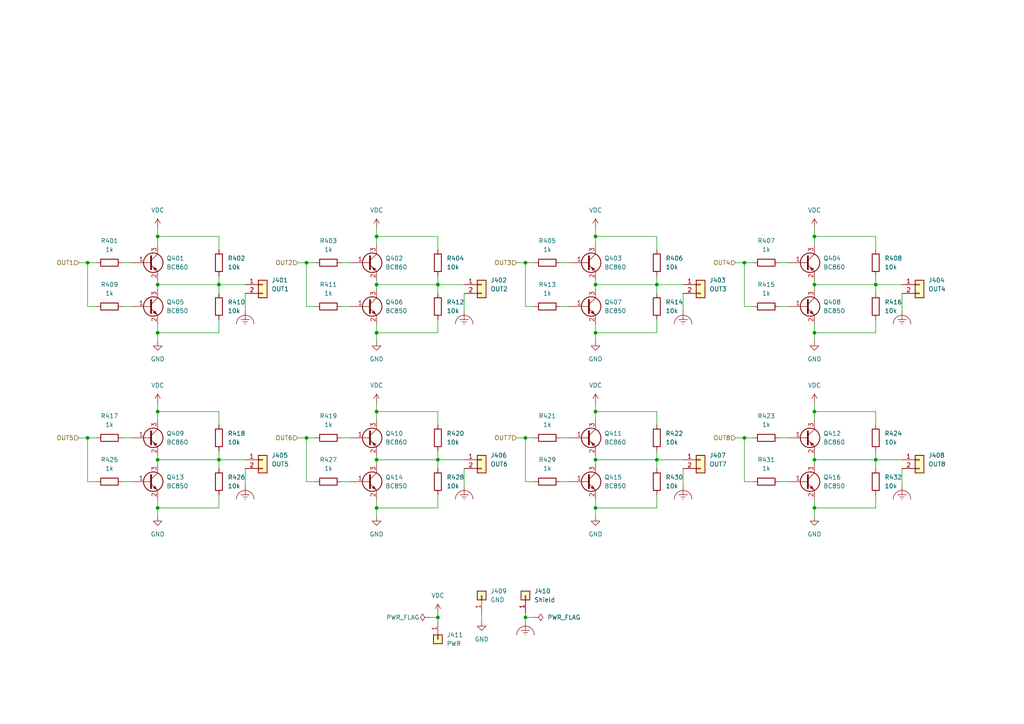
<source format=kicad_sch>
(kicad_sch (version 20211123) (generator eeschema)
  (paper "A4")
  (title_block (title "Cyclone V based Latencybox") (rev "v0.1") (company "Benedikt Spranger") (comment 1 "SPDX-License-Identifier: CERN-OHL-S-2.0") (comment 2 "https://ohwr.org/cern_ohl_s_v2.txt") (comment 3 "To view a copy of this license, visit") (comment 4 "This work is licensed under the CERN-OHL-S v2"))
  (junction (at 109.22 133.35))
  (junction (at 236.22 82.55))
  (junction (at 172.72 133.35))
  (junction (at 88.9 127))
  (junction (at 236.22 119.38))
  (junction (at 45.72 147.32))
  (junction (at 127 179.07))
  (junction (at 45.72 119.38))
  (junction (at 172.72 82.55))
  (junction (at 25.4 76.2))
  (junction (at 152.4 76.2))
  (junction (at 45.72 96.52))
  (junction (at 109.22 119.38))
  (junction (at 190.5 82.55))
  (junction (at 172.72 119.38))
  (junction (at 254 133.35))
  (junction (at 172.72 96.52))
  (junction (at 25.4 127))
  (junction (at 254 82.55))
  (junction (at 109.22 68.58))
  (junction (at 172.72 147.32))
  (junction (at 236.22 147.32))
  (junction (at 109.22 147.32))
  (junction (at 45.72 68.58))
  (junction (at 152.4 127))
  (junction (at 63.5 82.55))
  (junction (at 45.72 133.35))
  (junction (at 236.22 68.58))
  (junction (at 152.4 179.07))
  (junction (at 236.22 133.35))
  (junction (at 127 82.55))
  (junction (at 236.22 96.52))
  (junction (at 215.9 127))
  (junction (at 63.5 133.35))
  (junction (at 45.72 82.55))
  (junction (at 88.9 76.2))
  (junction (at 127 133.35))
  (junction (at 109.22 82.55))
  (junction (at 215.9 76.2))
  (junction (at 190.5 133.35))
  (junction (at 109.22 96.52))
  (junction (at 172.72 68.58))
  (wire (pts (xy 149.86 127) (xy 152.4 127)))
  (wire (pts (xy 172.72 132.08) (xy 172.72 133.35)))
  (wire (pts (xy 190.5 80.01) (xy 190.5 82.55)))
  (wire (pts (xy 86.36 76.2) (xy 88.9 76.2)))
  (wire (pts (xy 172.72 133.35) (xy 190.5 133.35)))
  (wire (pts (xy 63.5 82.55) (xy 63.5 85.09)))
  (wire (pts (xy 45.72 68.58) (xy 63.5 68.58)))
  (wire (pts (xy 45.72 147.32) (xy 63.5 147.32)))
  (wire (pts (xy 172.72 144.78) (xy 172.72 147.32)))
  (wire (pts (xy 190.5 143.51) (xy 190.5 147.32)))
  (wire (pts (xy 88.9 139.7) (xy 91.44 139.7)))
  (wire (pts (xy 152.4 127) (xy 152.4 139.7)))
  (wire (pts (xy 172.72 82.55) (xy 172.72 83.82)))
  (wire (pts (xy 45.72 93.98) (xy 45.72 96.52)))
  (wire (pts (xy 109.22 82.55) (xy 109.22 83.82)))
  (wire (pts (xy 134.62 135.89) (xy 134.62 140.97)))
  (wire (pts (xy 127 143.51) (xy 127 147.32)))
  (wire (pts (xy 91.44 127) (xy 88.9 127)))
  (wire (pts (xy 25.4 127) (xy 25.4 139.7)))
  (wire (pts (xy 198.12 135.89) (xy 198.12 140.97)))
  (wire (pts (xy 45.72 144.78) (xy 45.72 147.32)))
  (wire (pts (xy 198.12 85.09) (xy 198.12 90.17)))
  (wire (pts (xy 236.22 133.35) (xy 254 133.35)))
  (wire (pts (xy 254 143.51) (xy 254 147.32)))
  (wire (pts (xy 152.4 139.7) (xy 154.94 139.7)))
  (wire (pts (xy 172.72 147.32) (xy 190.5 147.32)))
  (wire (pts (xy 63.5 133.35) (xy 71.12 133.35)))
  (wire (pts (xy 226.06 76.2) (xy 228.6 76.2)))
  (wire (pts (xy 236.22 116.84) (xy 236.22 119.38)))
  (wire (pts (xy 254 130.81) (xy 254 133.35)))
  (wire (pts (xy 88.9 127) (xy 88.9 139.7)))
  (wire (pts (xy 139.7 177.8) (xy 139.7 180.34)))
  (wire (pts (xy 236.22 147.32) (xy 236.22 149.86)))
  (wire (pts (xy 152.4 179.07) (xy 154.94 179.07)))
  (wire (pts (xy 254 133.35) (xy 254 135.89)))
  (wire (pts (xy 215.9 139.7) (xy 218.44 139.7)))
  (wire (pts (xy 190.5 119.38) (xy 190.5 123.19)))
  (wire (pts (xy 218.44 127) (xy 215.9 127)))
  (wire (pts (xy 149.86 76.2) (xy 152.4 76.2)))
  (wire (pts (xy 127 179.07) (xy 127 180.34)))
  (wire (pts (xy 172.72 96.52) (xy 190.5 96.52)))
  (wire (pts (xy 109.22 96.52) (xy 109.22 99.06)))
  (wire (pts (xy 109.22 132.08) (xy 109.22 133.35)))
  (wire (pts (xy 45.72 96.52) (xy 63.5 96.52)))
  (wire (pts (xy 236.22 133.35) (xy 236.22 134.62)))
  (wire (pts (xy 45.72 119.38) (xy 63.5 119.38)))
  (wire (pts (xy 172.72 81.28) (xy 172.72 82.55)))
  (wire (pts (xy 99.06 76.2) (xy 101.6 76.2)))
  (wire (pts (xy 45.72 133.35) (xy 63.5 133.35)))
  (wire (pts (xy 25.4 139.7) (xy 27.94 139.7)))
  (wire (pts (xy 215.9 127) (xy 215.9 139.7)))
  (wire (pts (xy 25.4 76.2) (xy 25.4 88.9)))
  (wire (pts (xy 190.5 68.58) (xy 190.5 72.39)))
  (wire (pts (xy 154.94 127) (xy 152.4 127)))
  (wire (pts (xy 127 82.55) (xy 127 85.09)))
  (wire (pts (xy 45.72 132.08) (xy 45.72 133.35)))
  (wire (pts (xy 162.56 139.7) (xy 165.1 139.7)))
  (wire (pts (xy 226.06 139.7) (xy 228.6 139.7)))
  (wire (pts (xy 124.46 179.07) (xy 127 179.07)))
  (wire (pts (xy 236.22 96.52) (xy 236.22 99.06)))
  (wire (pts (xy 127 68.58) (xy 127 72.39)))
  (wire (pts (xy 109.22 68.58) (xy 127 68.58)))
  (wire (pts (xy 190.5 130.81) (xy 190.5 133.35)))
  (wire (pts (xy 88.9 88.9) (xy 91.44 88.9)))
  (wire (pts (xy 88.9 76.2) (xy 88.9 88.9)))
  (wire (pts (xy 172.72 93.98) (xy 172.72 96.52)))
  (wire (pts (xy 109.22 147.32) (xy 109.22 149.86)))
  (wire (pts (xy 63.5 143.51) (xy 63.5 147.32)))
  (wire (pts (xy 172.72 82.55) (xy 190.5 82.55)))
  (wire (pts (xy 172.72 116.84) (xy 172.72 119.38)))
  (wire (pts (xy 172.72 66.04) (xy 172.72 68.58)))
  (wire (pts (xy 127 80.01) (xy 127 82.55)))
  (wire (pts (xy 213.36 127) (xy 215.9 127)))
  (wire (pts (xy 261.62 85.09) (xy 261.62 90.17)))
  (wire (pts (xy 261.62 135.89) (xy 261.62 140.97)))
  (wire (pts (xy 109.22 144.78) (xy 109.22 147.32)))
  (wire (pts (xy 35.56 76.2) (xy 38.1 76.2)))
  (wire (pts (xy 71.12 135.89) (xy 71.12 140.97)))
  (wire (pts (xy 236.22 132.08) (xy 236.22 133.35)))
  (wire (pts (xy 27.94 127) (xy 25.4 127)))
  (wire (pts (xy 152.4 177.8) (xy 152.4 179.07)))
  (wire (pts (xy 154.94 76.2) (xy 152.4 76.2)))
  (wire (pts (xy 109.22 96.52) (xy 127 96.52)))
  (wire (pts (xy 109.22 119.38) (xy 127 119.38)))
  (wire (pts (xy 45.72 66.04) (xy 45.72 68.58)))
  (wire (pts (xy 109.22 71.12) (xy 109.22 68.58)))
  (wire (pts (xy 127 133.35) (xy 127 135.89)))
  (wire (pts (xy 152.4 88.9) (xy 154.94 88.9)))
  (wire (pts (xy 45.72 82.55) (xy 45.72 83.82)))
  (wire (pts (xy 127 119.38) (xy 127 123.19)))
  (wire (pts (xy 162.56 76.2) (xy 165.1 76.2)))
  (wire (pts (xy 236.22 71.12) (xy 236.22 68.58)))
  (wire (pts (xy 236.22 66.04) (xy 236.22 68.58)))
  (wire (pts (xy 127 133.35) (xy 134.62 133.35)))
  (wire (pts (xy 63.5 92.71) (xy 63.5 96.52)))
  (wire (pts (xy 109.22 116.84) (xy 109.22 119.38)))
  (wire (pts (xy 109.22 121.92) (xy 109.22 119.38)))
  (wire (pts (xy 22.86 127) (xy 25.4 127)))
  (wire (pts (xy 172.72 133.35) (xy 172.72 134.62)))
  (wire (pts (xy 190.5 133.35) (xy 198.12 133.35)))
  (wire (pts (xy 22.86 76.2) (xy 25.4 76.2)))
  (wire (pts (xy 127 92.71) (xy 127 96.52)))
  (wire (pts (xy 152.4 179.07) (xy 152.4 180.34)))
  (wire (pts (xy 172.72 147.32) (xy 172.72 149.86)))
  (wire (pts (xy 63.5 119.38) (xy 63.5 123.19)))
  (wire (pts (xy 127 82.55) (xy 134.62 82.55)))
  (wire (pts (xy 63.5 133.35) (xy 63.5 135.89)))
  (wire (pts (xy 27.94 76.2) (xy 25.4 76.2)))
  (wire (pts (xy 172.72 121.92) (xy 172.72 119.38)))
  (wire (pts (xy 45.72 116.84) (xy 45.72 119.38)))
  (wire (pts (xy 215.9 76.2) (xy 215.9 88.9)))
  (wire (pts (xy 254 80.01) (xy 254 82.55)))
  (wire (pts (xy 109.22 66.04) (xy 109.22 68.58)))
  (wire (pts (xy 35.56 127) (xy 38.1 127)))
  (wire (pts (xy 35.56 139.7) (xy 38.1 139.7)))
  (wire (pts (xy 45.72 82.55) (xy 63.5 82.55)))
  (wire (pts (xy 99.06 88.9) (xy 101.6 88.9)))
  (wire (pts (xy 86.36 127) (xy 88.9 127)))
  (wire (pts (xy 236.22 121.92) (xy 236.22 119.38)))
  (wire (pts (xy 45.72 71.12) (xy 45.72 68.58)))
  (wire (pts (xy 254 133.35) (xy 261.62 133.35)))
  (wire (pts (xy 162.56 127) (xy 165.1 127)))
  (wire (pts (xy 172.72 119.38) (xy 190.5 119.38)))
  (wire (pts (xy 45.72 121.92) (xy 45.72 119.38)))
  (wire (pts (xy 109.22 133.35) (xy 109.22 134.62)))
  (wire (pts (xy 254 68.58) (xy 254 72.39)))
  (wire (pts (xy 226.06 127) (xy 228.6 127)))
  (wire (pts (xy 172.72 96.52) (xy 172.72 99.06)))
  (wire (pts (xy 236.22 96.52) (xy 254 96.52)))
  (wire (pts (xy 45.72 133.35) (xy 45.72 134.62)))
  (wire (pts (xy 109.22 93.98) (xy 109.22 96.52)))
  (wire (pts (xy 236.22 81.28) (xy 236.22 82.55)))
  (wire (pts (xy 109.22 82.55) (xy 127 82.55)))
  (wire (pts (xy 213.36 76.2) (xy 215.9 76.2)))
  (wire (pts (xy 63.5 68.58) (xy 63.5 72.39)))
  (wire (pts (xy 35.56 88.9) (xy 38.1 88.9)))
  (wire (pts (xy 99.06 127) (xy 101.6 127)))
  (wire (pts (xy 152.4 76.2) (xy 152.4 88.9)))
  (wire (pts (xy 63.5 130.81) (xy 63.5 133.35)))
  (wire (pts (xy 63.5 82.55) (xy 71.12 82.55)))
  (wire (pts (xy 236.22 68.58) (xy 254 68.58)))
  (wire (pts (xy 71.12 85.09) (xy 71.12 90.17)))
  (wire (pts (xy 172.72 71.12) (xy 172.72 68.58)))
  (wire (pts (xy 236.22 93.98) (xy 236.22 96.52)))
  (wire (pts (xy 109.22 133.35) (xy 127 133.35)))
  (wire (pts (xy 236.22 147.32) (xy 254 147.32)))
  (wire (pts (xy 226.06 88.9) (xy 228.6 88.9)))
  (wire (pts (xy 63.5 80.01) (xy 63.5 82.55)))
  (wire (pts (xy 162.56 88.9) (xy 165.1 88.9)))
  (wire (pts (xy 190.5 82.55) (xy 198.12 82.55)))
  (wire (pts (xy 25.4 88.9) (xy 27.94 88.9)))
  (wire (pts (xy 127 130.81) (xy 127 133.35)))
  (wire (pts (xy 127 177.8) (xy 127 179.07)))
  (wire (pts (xy 190.5 82.55) (xy 190.5 85.09)))
  (wire (pts (xy 236.22 144.78) (xy 236.22 147.32)))
  (wire (pts (xy 190.5 133.35) (xy 190.5 135.89)))
  (wire (pts (xy 218.44 76.2) (xy 215.9 76.2)))
  (wire (pts (xy 134.62 85.09) (xy 134.62 90.17)))
  (wire (pts (xy 190.5 92.71) (xy 190.5 96.52)))
  (wire (pts (xy 236.22 82.55) (xy 254 82.55)))
  (wire (pts (xy 45.72 147.32) (xy 45.72 149.86)))
  (wire (pts (xy 172.72 68.58) (xy 190.5 68.58)))
  (wire (pts (xy 236.22 119.38) (xy 254 119.38)))
  (wire (pts (xy 254 119.38) (xy 254 123.19)))
  (wire (pts (xy 99.06 139.7) (xy 101.6 139.7)))
  (wire (pts (xy 109.22 81.28) (xy 109.22 82.55)))
  (wire (pts (xy 109.22 147.32) (xy 127 147.32)))
  (wire (pts (xy 236.22 82.55) (xy 236.22 83.82)))
  (wire (pts (xy 254 82.55) (xy 261.62 82.55)))
  (wire (pts (xy 254 82.55) (xy 254 85.09)))
  (wire (pts (xy 91.44 76.2) (xy 88.9 76.2)))
  (wire (pts (xy 45.72 96.52) (xy 45.72 99.06)))
  (wire (pts (xy 215.9 88.9) (xy 218.44 88.9)))
  (wire (pts (xy 254 92.71) (xy 254 96.52)))
  (wire (pts (xy 45.72 81.28) (xy 45.72 82.55)))
  (hierarchical_label "OUT2" (shape input) (at 86.36 76.2 180))
  (hierarchical_label "OUT3" (shape input) (at 149.86 76.2 180))
  (hierarchical_label "OUT5" (shape input) (at 22.86 127 180))
  (hierarchical_label "OUT7" (shape input) (at 149.86 127 180))
  (hierarchical_label "OUT6" (shape input) (at 86.36 127 180))
  (hierarchical_label "OUT4" (shape input) (at 213.36 76.2 180))
  (hierarchical_label "OUT8" (shape input) (at 213.36 127 180))
  (hierarchical_label "OUT1" (shape input) (at 22.86 76.2 180))
  (symbol (lib_id "Transistor_BJT:BC850") (at 233.68 88.9 0) (unit 1)
    (property "Reference" "Q408" (at 238.76 87.6299 0) (effects (justify left)))
    (property "Value" "BC850" (at 238.76 90.1699 0) (effects (justify left)))
    (property "Footprint" "Package_TO_SOT_SMD:SOT-23" (effects hide))
    (property "Datasheet" "http://www.infineon.com/dgdl/Infineon-BC847SERIES_BC848SERIES_BC849SERIES_BC850SERIES-DS-v01_01-en.pdf?fileId=db3a304314dca389011541d4630a1657" (effects hide))
    (property "assemble" "y" (effects hide))
    (property "Description" "	45V 250mW 100mA 520@2mA,5V 100MHz 200mV@100mA,5mA NPN +150℃@(Tj) SOT-23 Bipolar Transistors - BJT ROHS" (effects hide))
    (property "DistribPart#" "C503377" (effects hide))
    (property "Distributor" "LCSC" (effects hide))
    (property "LCSC" "C503377" (effects hide))
    (property "ManuPart#" "BC850B,215" (effects hide))
    (property "Manufacture" "Nexperia" (effects hide))
  )
  (symbol (lib_id "Transistor_BJT:BC850") (at 170.18 139.7 0) (unit 1)
    (property "Reference" "Q415" (at 175.26 138.4299 0) (effects (justify left)))
    (property "Value" "BC850" (at 175.26 140.9699 0) (effects (justify left)))
    (property "Footprint" "Package_TO_SOT_SMD:SOT-23" (effects hide))
    (property "Datasheet" "http://www.infineon.com/dgdl/Infineon-BC847SERIES_BC848SERIES_BC849SERIES_BC850SERIES-DS-v01_01-en.pdf?fileId=db3a304314dca389011541d4630a1657" (effects hide))
    (property "assemble" "y" (effects hide))
    (property "Description" "	45V 250mW 100mA 520@2mA,5V 100MHz 200mV@100mA,5mA NPN +150℃@(Tj) SOT-23 Bipolar Transistors - BJT ROHS" (effects hide))
    (property "DistribPart#" "C503377" (effects hide))
    (property "Distributor" "LCSC" (effects hide))
    (property "LCSC" "C503377" (effects hide))
    (property "ManuPart#" "BC850B,215" (effects hide))
    (property "Manufacture" "Nexperia" (effects hide))
  )
  (symbol (lib_id "power:GND") (at 236.22 149.86 0) (unit 1)
    (property "Reference" "#PWR0424" (effects hide))
    (property "Value" "GND" (at 236.22 154.94 0))
  )
  (symbol (lib_id "Device:R") (at 31.75 139.7 90) (unit 1)
    (property "Reference" "R425" (at 31.75 133.35 90))
    (property "Value" "1k" (at 31.75 135.89 90))
    (property "Footprint" "Resistor_SMD:R_0402_1005Metric" (effects hide))
    (property "assemble" "y" (effects hide))
    (property "Description" "±1% 62.5mW Thick Film Resistors 50V ±100ppm/℃ 1kΩ -55℃~+155℃ 0402 Chip Resistor - Surface Mount ROHS" (effects hide))
    (property "DistribPart#" "C106235" (effects hide))
    (property "Distributor" "LCSC" (effects hide))
    (property "LCSC" "C106235" (effects hide))
    (property "ManuPart#" "RC0402FR-071KL" (effects hide))
    (property "Manufacture" "YAGEO" (effects hide))
  )
  (symbol (lib_id "power:Earth_Clean") (at 152.4 180.34 0) (unit 1)
    (property "Reference" "#PWR0427" (effects hide))
    (property "Value" "Earth_Clean" (effects hide))
  )
  (symbol (lib_id "Transistor_BJT:BC860") (at 106.68 127 0) (unit 1)
    (property "Reference" "Q410" (at 111.76 125.7299 0) (effects (justify left)))
    (property "Value" "BC860" (at 111.76 128.2699 0) (effects (justify left)))
    (property "Footprint" "Package_TO_SOT_SMD:SOT-23" (effects hide))
    (property "Datasheet" "http://www.infineon.com/dgdl/Infineon-BC857SERIES_BC858SERIES_BC859SERIES_BC860SERIES-DS-v01_01-en.pdf?fileId=db3a304314dca389011541da0e3a1661" (effects hide))
    (property "assemble" "y" (effects hide))
    (property "Description" "	1nA 45V 250mW 100mA 420@2mA,5V 100MHz 250mV@100mA,5mA PNP +150℃@(Tj) SOT-23 Bipolar Transistors - BJT ROHS" (effects hide))
    (property "DistribPart#" "C454954" (effects hide))
    (property "Distributor" "LCSC" (effects hide))
    (property "LCSC" "C454954" (effects hide))
    (property "ManuPart#" "BC860B,215" (effects hide))
    (property "Manufacture" "Nexperia" (effects hide))
  )
  (symbol (lib_id "Connector_Generic:Conn_01x02") (at 76.2 133.35 0) (unit 1)
    (property "Reference" "J405" (at 78.74 132.0799 0) (effects (justify left)))
    (property "Value" "OUT5" (at 78.74 134.6199 0) (effects (justify left)))
    (property "Footprint" "Connector_Wire:SolderWire-2.5sqmm_1x02_P7.2mm_D2.4mm_OD3.6mm" (effects hide))
    (property "assemble" "n" (effects hide))
  )
  (symbol (lib_id "power:Earth_Clean") (at 261.62 90.17 0) (unit 1)
    (property "Reference" "#PWR0408" (effects hide))
    (property "Value" "Earth_Clean" (effects hide))
  )
  (symbol (lib_id "power:GND") (at 45.72 149.86 0) (unit 1)
    (property "Reference" "#PWR0421" (effects hide))
    (property "Value" "GND" (at 45.72 154.94 0))
  )
  (symbol (lib_id "power:VDC") (at 172.72 116.84 0) (unit 1)
    (property "Reference" "#PWR0415" (effects hide))
    (property "Value" "VDC" (at 172.72 111.76 0))
  )
  (symbol (lib_id "power:Earth_Clean") (at 134.62 90.17 0) (unit 1)
    (property "Reference" "#PWR0406" (effects hide))
    (property "Value" "Earth_Clean" (effects hide))
  )
  (symbol (lib_id "Connector_Generic:Conn_01x01") (at 139.7 172.72 90) (unit 1)
    (property "Reference" "J409" (at 142.24 171.4499 90) (effects (justify right)))
    (property "Value" "GND" (at 142.24 173.9899 90) (effects (justify right)))
    (property "Footprint" "Connector_Wire:SolderWire-2.5sqmm_1x01_D2.4mm_OD3.6mm" (effects hide))
    (property "assemble" "n" (effects hide))
  )
  (symbol (lib_id "Transistor_BJT:BC850") (at 170.18 88.9 0) (unit 1)
    (property "Reference" "Q407" (at 175.26 87.6299 0) (effects (justify left)))
    (property "Value" "BC850" (at 175.26 90.1699 0) (effects (justify left)))
    (property "Footprint" "Package_TO_SOT_SMD:SOT-23" (effects hide))
    (property "Datasheet" "http://www.infineon.com/dgdl/Infineon-BC847SERIES_BC848SERIES_BC849SERIES_BC850SERIES-DS-v01_01-en.pdf?fileId=db3a304314dca389011541d4630a1657" (effects hide))
    (property "assemble" "y" (effects hide))
    (property "Description" "	45V 250mW 100mA 520@2mA,5V 100MHz 200mV@100mA,5mA NPN +150℃@(Tj) SOT-23 Bipolar Transistors - BJT ROHS" (effects hide))
    (property "DistribPart#" "C503377" (effects hide))
    (property "Distributor" "LCSC" (effects hide))
    (property "LCSC" "C503377" (effects hide))
    (property "ManuPart#" "BC850B,215" (effects hide))
    (property "Manufacture" "Nexperia" (effects hide))
  )
  (symbol (lib_id "Device:R") (at 190.5 76.2 180) (unit 1)
    (property "Reference" "R406" (at 193.04 74.9299 0) (effects (justify right)))
    (property "Value" "10k" (at 193.04 77.4699 0) (effects (justify right)))
    (property "Footprint" "Resistor_SMD:R_0402_1005Metric" (effects hide))
    (property "assemble" "y" (effects hide))
    (property "Description" "±1% 62.5mW Thick Film Resistors 50V ±100ppm/℃ -55℃~+155℃ 10kΩ 0402 Chip Resistor - Surface Mount ROHS" (effects hide))
    (property "DistribPart#" "C138033" (effects hide))
    (property "Distributor" "LCSC" (effects hide))
    (property "LCSC" "C138033" (effects hide))
    (property "ManuPart#" "RC0402FR-0710KL" (effects hide))
    (property "Manufacture" "YAGEO" (effects hide))
  )
  (symbol (lib_id "Transistor_BJT:BC860") (at 43.18 76.2 0) (unit 1)
    (property "Reference" "Q401" (at 48.26 74.9299 0) (effects (justify left)))
    (property "Value" "BC860" (at 48.26 77.4699 0) (effects (justify left)))
    (property "Footprint" "Package_TO_SOT_SMD:SOT-23" (effects hide))
    (property "Datasheet" "http://www.infineon.com/dgdl/Infineon-BC857SERIES_BC858SERIES_BC859SERIES_BC860SERIES-DS-v01_01-en.pdf?fileId=db3a304314dca389011541da0e3a1661" (effects hide))
    (property "assemble" "y" (effects hide))
    (property "Description" "	1nA 45V 250mW 100mA 420@2mA,5V 100MHz 250mV@100mA,5mA PNP +150℃@(Tj) SOT-23 Bipolar Transistors - BJT ROHS" (effects hide))
    (property "DistribPart#" "C454954" (effects hide))
    (property "Distributor" "LCSC" (effects hide))
    (property "LCSC" "C454954" (effects hide))
    (property "ManuPart#" "BC860B,215" (effects hide))
    (property "Manufacture" "Nexperia" (effects hide))
  )
  (symbol (lib_id "Device:R") (at 127 76.2 180) (unit 1)
    (property "Reference" "R404" (at 129.54 74.9299 0) (effects (justify right)))
    (property "Value" "10k" (at 129.54 77.4699 0) (effects (justify right)))
    (property "Footprint" "Resistor_SMD:R_0402_1005Metric" (effects hide))
    (property "assemble" "y" (effects hide))
    (property "Description" "±1% 62.5mW Thick Film Resistors 50V ±100ppm/℃ -55℃~+155℃ 10kΩ 0402 Chip Resistor - Surface Mount ROHS" (effects hide))
    (property "DistribPart#" "C138033" (effects hide))
    (property "Distributor" "LCSC" (effects hide))
    (property "LCSC" "C138033" (effects hide))
    (property "ManuPart#" "RC0402FR-0710KL" (effects hide))
    (property "Manufacture" "YAGEO" (effects hide))
  )
  (symbol (lib_id "power:Earth_Clean") (at 261.62 140.97 0) (unit 1)
    (property "Reference" "#PWR0420" (effects hide))
    (property "Value" "Earth_Clean" (effects hide))
  )
  (symbol (lib_id "Device:R") (at 222.25 76.2 90) (unit 1)
    (property "Reference" "R407" (at 222.25 69.85 90))
    (property "Value" "1k" (at 222.25 72.39 90))
    (property "Footprint" "Resistor_SMD:R_0402_1005Metric" (effects hide))
    (property "assemble" "y" (effects hide))
    (property "Description" "±1% 62.5mW Thick Film Resistors 50V ±100ppm/℃ 1kΩ -55℃~+155℃ 0402 Chip Resistor - Surface Mount ROHS" (effects hide))
    (property "DistribPart#" "C106235" (effects hide))
    (property "Distributor" "LCSC" (effects hide))
    (property "LCSC" "C106235" (effects hide))
    (property "ManuPart#" "RC0402FR-071KL" (effects hide))
    (property "Manufacture" "YAGEO" (effects hide))
  )
  (symbol (lib_id "power:VDC") (at 109.22 66.04 0) (unit 1)
    (property "Reference" "#PWR0402" (effects hide))
    (property "Value" "VDC" (at 109.22 60.96 0))
  )
  (symbol (lib_id "power:GND") (at 45.72 99.06 0) (unit 1)
    (property "Reference" "#PWR0409" (effects hide))
    (property "Value" "GND" (at 45.72 104.14 0))
  )
  (symbol (lib_id "power:PWR_FLAG") (at 124.46 179.07 90) (unit 1)
    (property "Reference" "#FLG0401" (effects hide))
    (property "Value" "PWR_FLAG" (at 116.84 179.07 90))
  )
  (symbol (lib_id "power:Earth_Clean") (at 198.12 90.17 0) (unit 1)
    (property "Reference" "#PWR0407" (effects hide))
    (property "Value" "Earth_Clean" (effects hide))
  )
  (symbol (lib_id "power:GND") (at 172.72 149.86 0) (unit 1)
    (property "Reference" "#PWR0423" (effects hide))
    (property "Value" "GND" (at 172.72 154.94 0))
  )
  (symbol (lib_id "power:Earth_Clean") (at 134.62 140.97 0) (unit 1)
    (property "Reference" "#PWR0418" (effects hide))
    (property "Value" "Earth_Clean" (effects hide))
  )
  (symbol (lib_id "power:Earth_Clean") (at 71.12 90.17 0) (unit 1)
    (property "Reference" "#PWR0405" (effects hide))
    (property "Value" "Earth_Clean" (effects hide))
  )
  (symbol (lib_id "Connector_Generic:Conn_01x02") (at 203.2 133.35 0) (unit 1)
    (property "Reference" "J407" (at 205.74 132.0799 0) (effects (justify left)))
    (property "Value" "OUT7" (at 205.74 134.6199 0) (effects (justify left)))
    (property "Footprint" "Connector_Wire:SolderWire-2.5sqmm_1x02_P7.2mm_D2.4mm_OD3.6mm" (effects hide))
    (property "assemble" "n" (effects hide))
  )
  (symbol (lib_id "Device:R") (at 31.75 127 90) (unit 1)
    (property "Reference" "R417" (at 31.75 120.65 90))
    (property "Value" "1k" (at 31.75 123.19 90))
    (property "Footprint" "Resistor_SMD:R_0402_1005Metric" (effects hide))
    (property "assemble" "y" (effects hide))
    (property "Description" "±1% 62.5mW Thick Film Resistors 50V ±100ppm/℃ 1kΩ -55℃~+155℃ 0402 Chip Resistor - Surface Mount ROHS" (effects hide))
    (property "DistribPart#" "C106235" (effects hide))
    (property "Distributor" "LCSC" (effects hide))
    (property "LCSC" "C106235" (effects hide))
    (property "ManuPart#" "RC0402FR-071KL" (effects hide))
    (property "Manufacture" "YAGEO" (effects hide))
  )
  (symbol (lib_id "Device:R") (at 158.75 139.7 90) (unit 1)
    (property "Reference" "R429" (at 158.75 133.35 90))
    (property "Value" "1k" (at 158.75 135.89 90))
    (property "Footprint" "Resistor_SMD:R_0402_1005Metric" (effects hide))
    (property "assemble" "y" (effects hide))
    (property "Description" "±1% 62.5mW Thick Film Resistors 50V ±100ppm/℃ 1kΩ -55℃~+155℃ 0402 Chip Resistor - Surface Mount ROHS" (effects hide))
    (property "DistribPart#" "C106235" (effects hide))
    (property "Distributor" "LCSC" (effects hide))
    (property "LCSC" "C106235" (effects hide))
    (property "ManuPart#" "RC0402FR-071KL" (effects hide))
    (property "Manufacture" "YAGEO" (effects hide))
  )
  (symbol (lib_id "Device:R") (at 222.25 139.7 90) (unit 1)
    (property "Reference" "R431" (at 222.25 133.35 90))
    (property "Value" "1k" (at 222.25 135.89 90))
    (property "Footprint" "Resistor_SMD:R_0402_1005Metric" (effects hide))
    (property "assemble" "y" (effects hide))
    (property "Description" "±1% 62.5mW Thick Film Resistors 50V ±100ppm/℃ 1kΩ -55℃~+155℃ 0402 Chip Resistor - Surface Mount ROHS" (effects hide))
    (property "DistribPart#" "C106235" (effects hide))
    (property "Distributor" "LCSC" (effects hide))
    (property "LCSC" "C106235" (effects hide))
    (property "ManuPart#" "RC0402FR-071KL" (effects hide))
    (property "Manufacture" "YAGEO" (effects hide))
  )
  (symbol (lib_id "Connector_Generic:Conn_01x01") (at 152.4 172.72 90) (unit 1)
    (property "Reference" "J410" (at 154.94 171.4499 90) (effects (justify right)))
    (property "Value" "Shield" (at 154.94 173.9899 90) (effects (justify right)))
    (property "Footprint" "Connector_Wire:SolderWire-2.5sqmm_1x01_D2.4mm_OD3.6mm" (effects hide))
    (property "assemble" "n" (effects hide))
  )
  (symbol (lib_id "Connector_Generic:Conn_01x02") (at 203.2 82.55 0) (unit 1)
    (property "Reference" "J403" (at 205.74 81.2799 0) (effects (justify left)))
    (property "Value" "OUT3" (at 205.74 83.8199 0) (effects (justify left)))
    (property "Footprint" "Connector_Wire:SolderWire-2.5sqmm_1x02_P7.2mm_D2.4mm_OD3.6mm" (effects hide))
    (property "assemble" "n" (effects hide))
  )
  (symbol (lib_id "Connector_Generic:Conn_01x02") (at 266.7 133.35 0) (unit 1)
    (property "Reference" "J408" (at 269.24 132.0799 0) (effects (justify left)))
    (property "Value" "OUT8" (at 269.24 134.6199 0) (effects (justify left)))
    (property "Footprint" "Connector_Wire:SolderWire-2.5sqmm_1x02_P7.2mm_D2.4mm_OD3.6mm" (effects hide))
    (property "assemble" "n" (effects hide))
  )
  (symbol (lib_id "Device:R") (at 158.75 76.2 90) (unit 1)
    (property "Reference" "R405" (at 158.75 69.85 90))
    (property "Value" "1k" (at 158.75 72.39 90))
    (property "Footprint" "Resistor_SMD:R_0402_1005Metric" (effects hide))
    (property "assemble" "y" (effects hide))
    (property "Description" "±1% 62.5mW Thick Film Resistors 50V ±100ppm/℃ 1kΩ -55℃~+155℃ 0402 Chip Resistor - Surface Mount ROHS" (effects hide))
    (property "DistribPart#" "C106235" (effects hide))
    (property "Distributor" "LCSC" (effects hide))
    (property "LCSC" "C106235" (effects hide))
    (property "ManuPart#" "RC0402FR-071KL" (effects hide))
    (property "Manufacture" "YAGEO" (effects hide))
  )
  (symbol (lib_id "Transistor_BJT:BC860") (at 233.68 127 0) (unit 1)
    (property "Reference" "Q412" (at 238.76 125.7299 0) (effects (justify left)))
    (property "Value" "BC860" (at 238.76 128.2699 0) (effects (justify left)))
    (property "Footprint" "Package_TO_SOT_SMD:SOT-23" (effects hide))
    (property "Datasheet" "http://www.infineon.com/dgdl/Infineon-BC857SERIES_BC858SERIES_BC859SERIES_BC860SERIES-DS-v01_01-en.pdf?fileId=db3a304314dca389011541da0e3a1661" (effects hide))
    (property "assemble" "y" (effects hide))
    (property "Description" "	1nA 45V 250mW 100mA 420@2mA,5V 100MHz 250mV@100mA,5mA PNP +150℃@(Tj) SOT-23 Bipolar Transistors - BJT ROHS" (effects hide))
    (property "DistribPart#" "C454954" (effects hide))
    (property "Distributor" "LCSC" (effects hide))
    (property "LCSC" "C454954" (effects hide))
    (property "ManuPart#" "BC860B,215" (effects hide))
    (property "Manufacture" "Nexperia" (effects hide))
  )
  (symbol (lib_id "power:GND") (at 236.22 99.06 0) (unit 1)
    (property "Reference" "#PWR0412" (effects hide))
    (property "Value" "GND" (at 236.22 104.14 0))
  )
  (symbol (lib_id "Connector_Generic:Conn_01x02") (at 266.7 82.55 0) (unit 1)
    (property "Reference" "J404" (at 269.24 81.2799 0) (effects (justify left)))
    (property "Value" "OUT4" (at 269.24 83.8199 0) (effects (justify left)))
    (property "Footprint" "Connector_Wire:SolderWire-2.5sqmm_1x02_P7.2mm_D2.4mm_OD3.6mm" (effects hide))
    (property "assemble" "n" (effects hide))
  )
  (symbol (lib_id "Device:R") (at 127 127 180) (unit 1)
    (property "Reference" "R420" (at 129.54 125.7299 0) (effects (justify right)))
    (property "Value" "10k" (at 129.54 128.2699 0) (effects (justify right)))
    (property "Footprint" "Resistor_SMD:R_0402_1005Metric" (effects hide))
    (property "assemble" "y" (effects hide))
    (property "Description" "±1% 62.5mW Thick Film Resistors 50V ±100ppm/℃ -55℃~+155℃ 10kΩ 0402 Chip Resistor - Surface Mount ROHS" (effects hide))
    (property "DistribPart#" "C138033" (effects hide))
    (property "Distributor" "LCSC" (effects hide))
    (property "LCSC" "C138033" (effects hide))
    (property "ManuPart#" "RC0402FR-0710KL" (effects hide))
    (property "Manufacture" "YAGEO" (effects hide))
  )
  (symbol (lib_id "power:GND") (at 139.7 180.34 0) (unit 1)
    (property "Reference" "#PWR0426" (effects hide))
    (property "Value" "GND" (at 139.7 185.42 0))
  )
  (symbol (lib_id "power:PWR_FLAG") (at 154.94 179.07 270) (unit 1)
    (property "Reference" "#FLG0402" (effects hide))
    (property "Value" "PWR_FLAG" (at 158.75 179.0699 90) (effects (justify left)))
  )
  (symbol (lib_id "Device:R") (at 95.25 76.2 90) (unit 1)
    (property "Reference" "R403" (at 95.25 69.85 90))
    (property "Value" "1k" (at 95.25 72.39 90))
    (property "Footprint" "Resistor_SMD:R_0402_1005Metric" (effects hide))
    (property "assemble" "y" (effects hide))
    (property "Description" "±1% 62.5mW Thick Film Resistors 50V ±100ppm/℃ 1kΩ -55℃~+155℃ 0402 Chip Resistor - Surface Mount ROHS" (effects hide))
    (property "DistribPart#" "C106235" (effects hide))
    (property "Distributor" "LCSC" (effects hide))
    (property "LCSC" "C106235" (effects hide))
    (property "ManuPart#" "RC0402FR-071KL" (effects hide))
    (property "Manufacture" "YAGEO" (effects hide))
  )
  (symbol (lib_id "Device:R") (at 190.5 88.9 180) (unit 1)
    (property "Reference" "R414" (at 193.04 87.6299 0) (effects (justify right)))
    (property "Value" "10k" (at 193.04 90.1699 0) (effects (justify right)))
    (property "Footprint" "Resistor_SMD:R_0402_1005Metric" (effects hide))
    (property "assemble" "y" (effects hide))
    (property "Description" "±1% 62.5mW Thick Film Resistors 50V ±100ppm/℃ -55℃~+155℃ 10kΩ 0402 Chip Resistor - Surface Mount ROHS" (effects hide))
    (property "DistribPart#" "C138033" (effects hide))
    (property "Distributor" "LCSC" (effects hide))
    (property "LCSC" "C138033" (effects hide))
    (property "ManuPart#" "RC0402FR-0710KL" (effects hide))
    (property "Manufacture" "YAGEO" (effects hide))
  )
  (symbol (lib_id "Device:R") (at 222.25 127 90) (unit 1)
    (property "Reference" "R423" (at 222.25 120.65 90))
    (property "Value" "1k" (at 222.25 123.19 90))
    (property "Footprint" "Resistor_SMD:R_0402_1005Metric" (effects hide))
    (property "assemble" "y" (effects hide))
    (property "Description" "±1% 62.5mW Thick Film Resistors 50V ±100ppm/℃ 1kΩ -55℃~+155℃ 0402 Chip Resistor - Surface Mount ROHS" (effects hide))
    (property "DistribPart#" "C106235" (effects hide))
    (property "Distributor" "LCSC" (effects hide))
    (property "LCSC" "C106235" (effects hide))
    (property "ManuPart#" "RC0402FR-071KL" (effects hide))
    (property "Manufacture" "YAGEO" (effects hide))
  )
  (symbol (lib_id "power:VDC") (at 45.72 116.84 0) (unit 1)
    (property "Reference" "#PWR0413" (effects hide))
    (property "Value" "VDC" (at 45.72 111.76 0))
  )
  (symbol (lib_id "Device:R") (at 95.25 88.9 90) (unit 1)
    (property "Reference" "R411" (at 95.25 82.55 90))
    (property "Value" "1k" (at 95.25 85.09 90))
    (property "Footprint" "Resistor_SMD:R_0402_1005Metric" (effects hide))
    (property "assemble" "y" (effects hide))
    (property "Description" "±1% 62.5mW Thick Film Resistors 50V ±100ppm/℃ 1kΩ -55℃~+155℃ 0402 Chip Resistor - Surface Mount ROHS" (effects hide))
    (property "DistribPart#" "C106235" (effects hide))
    (property "Distributor" "LCSC" (effects hide))
    (property "LCSC" "C106235" (effects hide))
    (property "ManuPart#" "RC0402FR-071KL" (effects hide))
    (property "Manufacture" "YAGEO" (effects hide))
  )
  (symbol (lib_id "Transistor_BJT:BC850") (at 106.68 139.7 0) (unit 1)
    (property "Reference" "Q414" (at 111.76 138.4299 0) (effects (justify left)))
    (property "Value" "BC850" (at 111.76 140.9699 0) (effects (justify left)))
    (property "Footprint" "Package_TO_SOT_SMD:SOT-23" (effects hide))
    (property "Datasheet" "http://www.infineon.com/dgdl/Infineon-BC847SERIES_BC848SERIES_BC849SERIES_BC850SERIES-DS-v01_01-en.pdf?fileId=db3a304314dca389011541d4630a1657" (effects hide))
    (property "assemble" "y" (effects hide))
    (property "Description" "	45V 250mW 100mA 520@2mA,5V 100MHz 200mV@100mA,5mA NPN +150℃@(Tj) SOT-23 Bipolar Transistors - BJT ROHS" (effects hide))
    (property "DistribPart#" "C503377" (effects hide))
    (property "Distributor" "LCSC" (effects hide))
    (property "LCSC" "C503377" (effects hide))
    (property "ManuPart#" "BC850B,215" (effects hide))
    (property "Manufacture" "Nexperia" (effects hide))
  )
  (symbol (lib_id "Transistor_BJT:BC850") (at 106.68 88.9 0) (unit 1)
    (property "Reference" "Q406" (at 111.76 87.6299 0) (effects (justify left)))
    (property "Value" "BC850" (at 111.76 90.1699 0) (effects (justify left)))
    (property "Footprint" "Package_TO_SOT_SMD:SOT-23" (effects hide))
    (property "Datasheet" "http://www.infineon.com/dgdl/Infineon-BC847SERIES_BC848SERIES_BC849SERIES_BC850SERIES-DS-v01_01-en.pdf?fileId=db3a304314dca389011541d4630a1657" (effects hide))
    (property "assemble" "y" (effects hide))
    (property "Description" "	45V 250mW 100mA 520@2mA,5V 100MHz 200mV@100mA,5mA NPN +150℃@(Tj) SOT-23 Bipolar Transistors - BJT ROHS" (effects hide))
    (property "DistribPart#" "C503377" (effects hide))
    (property "Distributor" "LCSC" (effects hide))
    (property "LCSC" "C503377" (effects hide))
    (property "ManuPart#" "BC850B,215" (effects hide))
    (property "Manufacture" "Nexperia" (effects hide))
  )
  (symbol (lib_id "Device:R") (at 190.5 139.7 180) (unit 1)
    (property "Reference" "R430" (at 193.04 138.4299 0) (effects (justify right)))
    (property "Value" "10k" (at 193.04 140.9699 0) (effects (justify right)))
    (property "Footprint" "Resistor_SMD:R_0402_1005Metric" (effects hide))
    (property "assemble" "y" (effects hide))
    (property "Description" "±1% 62.5mW Thick Film Resistors 50V ±100ppm/℃ -55℃~+155℃ 10kΩ 0402 Chip Resistor - Surface Mount ROHS" (effects hide))
    (property "DistribPart#" "C138033" (effects hide))
    (property "Distributor" "LCSC" (effects hide))
    (property "LCSC" "C138033" (effects hide))
    (property "ManuPart#" "RC0402FR-0710KL" (effects hide))
    (property "Manufacture" "YAGEO" (effects hide))
  )
  (symbol (lib_id "Transistor_BJT:BC860") (at 106.68 76.2 0) (unit 1)
    (property "Reference" "Q402" (at 111.76 74.9299 0) (effects (justify left)))
    (property "Value" "BC860" (at 111.76 77.4699 0) (effects (justify left)))
    (property "Footprint" "Package_TO_SOT_SMD:SOT-23" (effects hide))
    (property "Datasheet" "http://www.infineon.com/dgdl/Infineon-BC857SERIES_BC858SERIES_BC859SERIES_BC860SERIES-DS-v01_01-en.pdf?fileId=db3a304314dca389011541da0e3a1661" (effects hide))
    (property "assemble" "y" (effects hide))
    (property "Description" "	1nA 45V 250mW 100mA 420@2mA,5V 100MHz 250mV@100mA,5mA PNP +150℃@(Tj) SOT-23 Bipolar Transistors - BJT ROHS" (effects hide))
    (property "DistribPart#" "C454954" (effects hide))
    (property "Distributor" "LCSC" (effects hide))
    (property "LCSC" "C454954" (effects hide))
    (property "ManuPart#" "BC860B,215" (effects hide))
    (property "Manufacture" "Nexperia" (effects hide))
  )
  (symbol (lib_id "Transistor_BJT:BC860") (at 170.18 127 0) (unit 1)
    (property "Reference" "Q411" (at 175.26 125.7299 0) (effects (justify left)))
    (property "Value" "BC860" (at 175.26 128.2699 0) (effects (justify left)))
    (property "Footprint" "Package_TO_SOT_SMD:SOT-23" (effects hide))
    (property "Datasheet" "http://www.infineon.com/dgdl/Infineon-BC857SERIES_BC858SERIES_BC859SERIES_BC860SERIES-DS-v01_01-en.pdf?fileId=db3a304314dca389011541da0e3a1661" (effects hide))
    (property "assemble" "y" (effects hide))
    (property "Description" "	1nA 45V 250mW 100mA 420@2mA,5V 100MHz 250mV@100mA,5mA PNP +150℃@(Tj) SOT-23 Bipolar Transistors - BJT ROHS" (effects hide))
    (property "DistribPart#" "C454954" (effects hide))
    (property "Distributor" "LCSC" (effects hide))
    (property "LCSC" "C454954" (effects hide))
    (property "ManuPart#" "BC860B,215" (effects hide))
    (property "Manufacture" "Nexperia" (effects hide))
  )
  (symbol (lib_id "Connector_Generic:Conn_01x02") (at 139.7 82.55 0) (unit 1)
    (property "Reference" "J402" (at 142.24 81.2799 0) (effects (justify left)))
    (property "Value" "OUT2" (at 142.24 83.8199 0) (effects (justify left)))
    (property "Footprint" "Connector_Wire:SolderWire-2.5sqmm_1x02_P7.2mm_D2.4mm_OD3.6mm" (effects hide))
    (property "assemble" "n" (effects hide))
  )
  (symbol (lib_id "Transistor_BJT:BC850") (at 43.18 88.9 0) (unit 1)
    (property "Reference" "Q405" (at 48.26 87.6299 0) (effects (justify left)))
    (property "Value" "BC850" (at 48.26 90.1699 0) (effects (justify left)))
    (property "Footprint" "Package_TO_SOT_SMD:SOT-23" (effects hide))
    (property "Datasheet" "http://www.infineon.com/dgdl/Infineon-BC847SERIES_BC848SERIES_BC849SERIES_BC850SERIES-DS-v01_01-en.pdf?fileId=db3a304314dca389011541d4630a1657" (effects hide))
    (property "assemble" "y" (effects hide))
    (property "Description" "	45V 250mW 100mA 520@2mA,5V 100MHz 200mV@100mA,5mA NPN +150℃@(Tj) SOT-23 Bipolar Transistors - BJT ROHS" (effects hide))
    (property "DistribPart#" "C503377" (effects hide))
    (property "Distributor" "LCSC" (effects hide))
    (property "LCSC" "C503377" (effects hide))
    (property "ManuPart#" "BC850B,215" (effects hide))
    (property "Manufacture" "Nexperia" (effects hide))
  )
  (symbol (lib_id "power:VDC") (at 109.22 116.84 0) (unit 1)
    (property "Reference" "#PWR0414" (effects hide))
    (property "Value" "VDC" (at 109.22 111.76 0))
  )
  (symbol (lib_id "Device:R") (at 222.25 88.9 90) (unit 1)
    (property "Reference" "R415" (at 222.25 82.55 90))
    (property "Value" "1k" (at 222.25 85.09 90))
    (property "Footprint" "Resistor_SMD:R_0402_1005Metric" (effects hide))
    (property "assemble" "y" (effects hide))
    (property "Description" "±1% 62.5mW Thick Film Resistors 50V ±100ppm/℃ 1kΩ -55℃~+155℃ 0402 Chip Resistor - Surface Mount ROHS" (effects hide))
    (property "DistribPart#" "C106235" (effects hide))
    (property "Distributor" "LCSC" (effects hide))
    (property "LCSC" "C106235" (effects hide))
    (property "ManuPart#" "RC0402FR-071KL" (effects hide))
    (property "Manufacture" "YAGEO" (effects hide))
  )
  (symbol (lib_id "power:VDC") (at 236.22 66.04 0) (unit 1)
    (property "Reference" "#PWR0404" (effects hide))
    (property "Value" "VDC" (at 236.22 60.96 0))
  )
  (symbol (lib_id "power:VDC") (at 127 177.8 0) (unit 1)
    (property "Reference" "#PWR0425" (effects hide))
    (property "Value" "VDC" (at 127 172.72 0))
  )
  (symbol (lib_id "power:VDC") (at 236.22 116.84 0) (unit 1)
    (property "Reference" "#PWR0416" (effects hide))
    (property "Value" "VDC" (at 236.22 111.76 0))
  )
  (symbol (lib_id "Device:R") (at 254 88.9 180) (unit 1)
    (property "Reference" "R416" (at 256.54 87.6299 0) (effects (justify right)))
    (property "Value" "10k" (at 256.54 90.1699 0) (effects (justify right)))
    (property "Footprint" "Resistor_SMD:R_0402_1005Metric" (effects hide))
    (property "assemble" "y" (effects hide))
    (property "Description" "±1% 62.5mW Thick Film Resistors 50V ±100ppm/℃ -55℃~+155℃ 10kΩ 0402 Chip Resistor - Surface Mount ROHS" (effects hide))
    (property "DistribPart#" "C138033" (effects hide))
    (property "Distributor" "LCSC" (effects hide))
    (property "LCSC" "C138033" (effects hide))
    (property "ManuPart#" "RC0402FR-0710KL" (effects hide))
    (property "Manufacture" "YAGEO" (effects hide))
  )
  (symbol (lib_id "Device:R") (at 63.5 76.2 180) (unit 1)
    (property "Reference" "R402" (at 66.04 74.9299 0) (effects (justify right)))
    (property "Value" "10k" (at 66.04 77.4699 0) (effects (justify right)))
    (property "Footprint" "Resistor_SMD:R_0402_1005Metric" (effects hide))
    (property "assemble" "y" (effects hide))
    (property "Description" "±1% 62.5mW Thick Film Resistors 50V ±100ppm/℃ -55℃~+155℃ 10kΩ 0402 Chip Resistor - Surface Mount ROHS" (effects hide))
    (property "DistribPart#" "C138033" (effects hide))
    (property "Distributor" "LCSC" (effects hide))
    (property "LCSC" "C138033" (effects hide))
    (property "ManuPart#" "RC0402FR-0710KL" (effects hide))
    (property "Manufacture" "YAGEO" (effects hide))
  )
  (symbol (lib_id "Device:R") (at 158.75 127 90) (unit 1)
    (property "Reference" "R421" (at 158.75 120.65 90))
    (property "Value" "1k" (at 158.75 123.19 90))
    (property "Footprint" "Resistor_SMD:R_0402_1005Metric" (effects hide))
    (property "assemble" "y" (effects hide))
    (property "Description" "±1% 62.5mW Thick Film Resistors 50V ±100ppm/℃ 1kΩ -55℃~+155℃ 0402 Chip Resistor - Surface Mount ROHS" (effects hide))
    (property "DistribPart#" "C106235" (effects hide))
    (property "Distributor" "LCSC" (effects hide))
    (property "LCSC" "C106235" (effects hide))
    (property "ManuPart#" "RC0402FR-071KL" (effects hide))
    (property "Manufacture" "YAGEO" (effects hide))
  )
  (symbol (lib_id "power:Earth_Clean") (at 198.12 140.97 0) (unit 1)
    (property "Reference" "#PWR0419" (effects hide))
    (property "Value" "Earth_Clean" (effects hide))
  )
  (symbol (lib_id "Device:R") (at 254 139.7 180) (unit 1)
    (property "Reference" "R432" (at 256.54 138.4299 0) (effects (justify right)))
    (property "Value" "10k" (at 256.54 140.9699 0) (effects (justify right)))
    (property "Footprint" "Resistor_SMD:R_0402_1005Metric" (effects hide))
    (property "assemble" "y" (effects hide))
    (property "Description" "±1% 62.5mW Thick Film Resistors 50V ±100ppm/℃ -55℃~+155℃ 10kΩ 0402 Chip Resistor - Surface Mount ROHS" (effects hide))
    (property "DistribPart#" "C138033" (effects hide))
    (property "Distributor" "LCSC" (effects hide))
    (property "LCSC" "C138033" (effects hide))
    (property "ManuPart#" "RC0402FR-0710KL" (effects hide))
    (property "Manufacture" "YAGEO" (effects hide))
  )
  (symbol (lib_id "Transistor_BJT:BC850") (at 43.18 139.7 0) (unit 1)
    (property "Reference" "Q413" (at 48.26 138.4299 0) (effects (justify left)))
    (property "Value" "BC850" (at 48.26 140.9699 0) (effects (justify left)))
    (property "Footprint" "Package_TO_SOT_SMD:SOT-23" (effects hide))
    (property "Datasheet" "http://www.infineon.com/dgdl/Infineon-BC847SERIES_BC848SERIES_BC849SERIES_BC850SERIES-DS-v01_01-en.pdf?fileId=db3a304314dca389011541d4630a1657" (effects hide))
    (property "assemble" "y" (effects hide))
    (property "Description" "	45V 250mW 100mA 520@2mA,5V 100MHz 200mV@100mA,5mA NPN +150℃@(Tj) SOT-23 Bipolar Transistors - BJT ROHS" (effects hide))
    (property "DistribPart#" "C503377" (effects hide))
    (property "Distributor" "LCSC" (effects hide))
    (property "LCSC" "C503377" (effects hide))
    (property "ManuPart#" "BC850B,215" (effects hide))
    (property "Manufacture" "Nexperia" (effects hide))
  )
  (symbol (lib_id "Device:R") (at 31.75 88.9 90) (unit 1)
    (property "Reference" "R409" (at 31.75 82.55 90))
    (property "Value" "1k" (at 31.75 85.09 90))
    (property "Footprint" "Resistor_SMD:R_0402_1005Metric" (effects hide))
    (property "assemble" "y" (effects hide))
    (property "Description" "±1% 62.5mW Thick Film Resistors 50V ±100ppm/℃ 1kΩ -55℃~+155℃ 0402 Chip Resistor - Surface Mount ROHS" (effects hide))
    (property "DistribPart#" "C106235" (effects hide))
    (property "Distributor" "LCSC" (effects hide))
    (property "LCSC" "C106235" (effects hide))
    (property "ManuPart#" "RC0402FR-071KL" (effects hide))
    (property "Manufacture" "YAGEO" (effects hide))
  )
  (symbol (lib_id "Device:R") (at 127 139.7 180) (unit 1)
    (property "Reference" "R428" (at 129.54 138.4299 0) (effects (justify right)))
    (property "Value" "10k" (at 129.54 140.9699 0) (effects (justify right)))
    (property "Footprint" "Resistor_SMD:R_0402_1005Metric" (effects hide))
    (property "assemble" "y" (effects hide))
    (property "Description" "±1% 62.5mW Thick Film Resistors 50V ±100ppm/℃ -55℃~+155℃ 10kΩ 0402 Chip Resistor - Surface Mount ROHS" (effects hide))
    (property "DistribPart#" "C138033" (effects hide))
    (property "Distributor" "LCSC" (effects hide))
    (property "LCSC" "C138033" (effects hide))
    (property "ManuPart#" "RC0402FR-0710KL" (effects hide))
    (property "Manufacture" "YAGEO" (effects hide))
  )
  (symbol (lib_id "Transistor_BJT:BC860") (at 43.18 127 0) (unit 1)
    (property "Reference" "Q409" (at 48.26 125.7299 0) (effects (justify left)))
    (property "Value" "BC860" (at 48.26 128.2699 0) (effects (justify left)))
    (property "Footprint" "Package_TO_SOT_SMD:SOT-23" (effects hide))
    (property "Datasheet" "http://www.infineon.com/dgdl/Infineon-BC857SERIES_BC858SERIES_BC859SERIES_BC860SERIES-DS-v01_01-en.pdf?fileId=db3a304314dca389011541da0e3a1661" (effects hide))
    (property "assemble" "y" (effects hide))
    (property "Description" "	1nA 45V 250mW 100mA 420@2mA,5V 100MHz 250mV@100mA,5mA PNP +150℃@(Tj) SOT-23 Bipolar Transistors - BJT ROHS" (effects hide))
    (property "DistribPart#" "C454954" (effects hide))
    (property "Distributor" "LCSC" (effects hide))
    (property "LCSC" "C454954" (effects hide))
    (property "ManuPart#" "BC860B,215" (effects hide))
    (property "Manufacture" "Nexperia" (effects hide))
  )
  (symbol (lib_id "Device:R") (at 63.5 139.7 180) (unit 1)
    (property "Reference" "R426" (at 66.04 138.4299 0) (effects (justify right)))
    (property "Value" "10k" (at 66.04 140.9699 0) (effects (justify right)))
    (property "Footprint" "Resistor_SMD:R_0402_1005Metric" (effects hide))
    (property "assemble" "y" (effects hide))
    (property "Description" "±1% 62.5mW Thick Film Resistors 50V ±100ppm/℃ -55℃~+155℃ 10kΩ 0402 Chip Resistor - Surface Mount ROHS" (effects hide))
    (property "DistribPart#" "C138033" (effects hide))
    (property "Distributor" "LCSC" (effects hide))
    (property "LCSC" "C138033" (effects hide))
    (property "ManuPart#" "RC0402FR-0710KL" (effects hide))
    (property "Manufacture" "YAGEO" (effects hide))
  )
  (symbol (lib_id "Transistor_BJT:BC860") (at 170.18 76.2 0) (unit 1)
    (property "Reference" "Q403" (at 175.26 74.9299 0) (effects (justify left)))
    (property "Value" "BC860" (at 175.26 77.4699 0) (effects (justify left)))
    (property "Footprint" "Package_TO_SOT_SMD:SOT-23" (effects hide))
    (property "Datasheet" "http://www.infineon.com/dgdl/Infineon-BC857SERIES_BC858SERIES_BC859SERIES_BC860SERIES-DS-v01_01-en.pdf?fileId=db3a304314dca389011541da0e3a1661" (effects hide))
    (property "assemble" "y" (effects hide))
    (property "Description" "	1nA 45V 250mW 100mA 420@2mA,5V 100MHz 250mV@100mA,5mA PNP +150℃@(Tj) SOT-23 Bipolar Transistors - BJT ROHS" (effects hide))
    (property "DistribPart#" "C454954" (effects hide))
    (property "Distributor" "LCSC" (effects hide))
    (property "LCSC" "C454954" (effects hide))
    (property "ManuPart#" "BC860B,215" (effects hide))
    (property "Manufacture" "Nexperia" (effects hide))
  )
  (symbol (lib_id "power:GND") (at 109.22 149.86 0) (unit 1)
    (property "Reference" "#PWR0422" (effects hide))
    (property "Value" "GND" (at 109.22 154.94 0))
  )
  (symbol (lib_id "power:VDC") (at 45.72 66.04 0) (unit 1)
    (property "Reference" "#PWR0401" (effects hide))
    (property "Value" "VDC" (at 45.72 60.96 0))
  )
  (symbol (lib_id "power:GND") (at 172.72 99.06 0) (unit 1)
    (property "Reference" "#PWR0411" (effects hide))
    (property "Value" "GND" (at 172.72 104.14 0))
  )
  (symbol (lib_id "power:VDC") (at 172.72 66.04 0) (unit 1)
    (property "Reference" "#PWR0403" (effects hide))
    (property "Value" "VDC" (at 172.72 60.96 0))
  )
  (symbol (lib_id "Transistor_BJT:BC850") (at 233.68 139.7 0) (unit 1)
    (property "Reference" "Q416" (at 238.76 138.4299 0) (effects (justify left)))
    (property "Value" "BC850" (at 238.76 140.9699 0) (effects (justify left)))
    (property "Footprint" "Package_TO_SOT_SMD:SOT-23" (effects hide))
    (property "Datasheet" "http://www.infineon.com/dgdl/Infineon-BC847SERIES_BC848SERIES_BC849SERIES_BC850SERIES-DS-v01_01-en.pdf?fileId=db3a304314dca389011541d4630a1657" (effects hide))
    (property "assemble" "y" (effects hide))
    (property "Description" "	45V 250mW 100mA 520@2mA,5V 100MHz 200mV@100mA,5mA NPN +150℃@(Tj) SOT-23 Bipolar Transistors - BJT ROHS" (effects hide))
    (property "DistribPart#" "C503377" (effects hide))
    (property "Distributor" "LCSC" (effects hide))
    (property "LCSC" "C503377" (effects hide))
    (property "ManuPart#" "BC850B,215" (effects hide))
    (property "Manufacture" "Nexperia" (effects hide))
  )
  (symbol (lib_id "Device:R") (at 190.5 127 180) (unit 1)
    (property "Reference" "R422" (at 193.04 125.7299 0) (effects (justify right)))
    (property "Value" "10k" (at 193.04 128.2699 0) (effects (justify right)))
    (property "Footprint" "Resistor_SMD:R_0402_1005Metric" (effects hide))
    (property "assemble" "y" (effects hide))
    (property "Description" "±1% 62.5mW Thick Film Resistors 50V ±100ppm/℃ -55℃~+155℃ 10kΩ 0402 Chip Resistor - Surface Mount ROHS" (effects hide))
    (property "DistribPart#" "C138033" (effects hide))
    (property "Distributor" "LCSC" (effects hide))
    (property "LCSC" "C138033" (effects hide))
    (property "ManuPart#" "RC0402FR-0710KL" (effects hide))
    (property "Manufacture" "YAGEO" (effects hide))
  )
  (symbol (lib_id "Transistor_BJT:BC860") (at 233.68 76.2 0) (unit 1)
    (property "Reference" "Q404" (at 238.76 74.9299 0) (effects (justify left)))
    (property "Value" "BC860" (at 238.76 77.4699 0) (effects (justify left)))
    (property "Footprint" "Package_TO_SOT_SMD:SOT-23" (effects hide))
    (property "Datasheet" "http://www.infineon.com/dgdl/Infineon-BC857SERIES_BC858SERIES_BC859SERIES_BC860SERIES-DS-v01_01-en.pdf?fileId=db3a304314dca389011541da0e3a1661" (effects hide))
    (property "assemble" "y" (effects hide))
    (property "Description" "	1nA 45V 250mW 100mA 420@2mA,5V 100MHz 250mV@100mA,5mA PNP +150℃@(Tj) SOT-23 Bipolar Transistors - BJT ROHS" (effects hide))
    (property "DistribPart#" "C454954" (effects hide))
    (property "Distributor" "LCSC" (effects hide))
    (property "LCSC" "C454954" (effects hide))
    (property "ManuPart#" "BC860B,215" (effects hide))
    (property "Manufacture" "Nexperia" (effects hide))
  )
  (symbol (lib_id "Connector_Generic:Conn_01x02") (at 76.2 82.55 0) (unit 1)
    (property "Reference" "J401" (at 78.74 81.2799 0) (effects (justify left)))
    (property "Value" "OUT1" (at 78.74 83.8199 0) (effects (justify left)))
    (property "Footprint" "Connector_Wire:SolderWire-2.5sqmm_1x02_P7.2mm_D2.4mm_OD3.6mm" (effects hide))
    (property "assemble" "n" (effects hide))
  )
  (symbol (lib_id "power:GND") (at 109.22 99.06 0) (unit 1)
    (property "Reference" "#PWR0410" (effects hide))
    (property "Value" "GND" (at 109.22 104.14 0))
  )
  (symbol (lib_id "Device:R") (at 63.5 88.9 180) (unit 1)
    (property "Reference" "R410" (at 66.04 87.6299 0) (effects (justify right)))
    (property "Value" "10k" (at 66.04 90.1699 0) (effects (justify right)))
    (property "Footprint" "Resistor_SMD:R_0402_1005Metric" (effects hide))
    (property "assemble" "y" (effects hide))
    (property "Description" "±1% 62.5mW Thick Film Resistors 50V ±100ppm/℃ -55℃~+155℃ 10kΩ 0402 Chip Resistor - Surface Mount ROHS" (effects hide))
    (property "DistribPart#" "C138033" (effects hide))
    (property "Distributor" "LCSC" (effects hide))
    (property "LCSC" "C138033" (effects hide))
    (property "ManuPart#" "RC0402FR-0710KL" (effects hide))
    (property "Manufacture" "YAGEO" (effects hide))
  )
  (symbol (lib_id "Connector_Generic:Conn_01x02") (at 139.7 133.35 0) (unit 1)
    (property "Reference" "J406" (at 142.24 132.0799 0) (effects (justify left)))
    (property "Value" "OUT6" (at 142.24 134.6199 0) (effects (justify left)))
    (property "Footprint" "Connector_Wire:SolderWire-2.5sqmm_1x02_P7.2mm_D2.4mm_OD3.6mm" (effects hide))
    (property "assemble" "n" (effects hide))
  )
  (symbol (lib_id "Device:R") (at 95.25 139.7 90) (unit 1)
    (property "Reference" "R427" (at 95.25 133.35 90))
    (property "Value" "1k" (at 95.25 135.89 90))
    (property "Footprint" "Resistor_SMD:R_0402_1005Metric" (effects hide))
    (property "assemble" "y" (effects hide))
    (property "Description" "±1% 62.5mW Thick Film Resistors 50V ±100ppm/℃ 1kΩ -55℃~+155℃ 0402 Chip Resistor - Surface Mount ROHS" (effects hide))
    (property "DistribPart#" "C106235" (effects hide))
    (property "Distributor" "LCSC" (effects hide))
    (property "LCSC" "C106235" (effects hide))
    (property "ManuPart#" "RC0402FR-071KL" (effects hide))
    (property "Manufacture" "YAGEO" (effects hide))
  )
  (symbol (lib_id "Device:R") (at 254 127 180) (unit 1)
    (property "Reference" "R424" (at 256.54 125.7299 0) (effects (justify right)))
    (property "Value" "10k" (at 256.54 128.2699 0) (effects (justify right)))
    (property "Footprint" "Resistor_SMD:R_0402_1005Metric" (effects hide))
    (property "assemble" "y" (effects hide))
    (property "Description" "±1% 62.5mW Thick Film Resistors 50V ±100ppm/℃ -55℃~+155℃ 10kΩ 0402 Chip Resistor - Surface Mount ROHS" (effects hide))
    (property "DistribPart#" "C138033" (effects hide))
    (property "Distributor" "LCSC" (effects hide))
    (property "LCSC" "C138033" (effects hide))
    (property "ManuPart#" "RC0402FR-0710KL" (effects hide))
    (property "Manufacture" "YAGEO" (effects hide))
  )
  (symbol (lib_id "Device:R") (at 31.75 76.2 90) (unit 1)
    (property "Reference" "R401" (at 31.75 69.85 90))
    (property "Value" "1k" (at 31.75 72.39 90))
    (property "Footprint" "Resistor_SMD:R_0402_1005Metric" (effects hide))
    (property "assemble" "y" (effects hide))
    (property "Description" "±1% 62.5mW Thick Film Resistors 50V ±100ppm/℃ 1kΩ -55℃~+155℃ 0402 Chip Resistor - Surface Mount ROHS" (effects hide))
    (property "DistribPart#" "C106235" (effects hide))
    (property "Distributor" "LCSC" (effects hide))
    (property "LCSC" "C106235" (effects hide))
    (property "ManuPart#" "RC0402FR-071KL" (effects hide))
    (property "Manufacture" "YAGEO" (effects hide))
  )
  (symbol (lib_id "Connector_Generic:Conn_01x01") (at 127 185.42 270) (unit 1)
    (property "Reference" "J411" (at 129.54 184.1499 90) (effects (justify left)))
    (property "Value" "PWR" (at 129.54 186.6899 90) (effects (justify left)))
    (property "Footprint" "Connector_Wire:SolderWire-2.5sqmm_1x01_D2.4mm_OD3.6mm" (effects hide))
    (property "assemble" "n" (effects hide))
  )
  (symbol (lib_id "Device:R") (at 95.25 127 90) (unit 1)
    (property "Reference" "R419" (at 95.25 120.65 90))
    (property "Value" "1k" (at 95.25 123.19 90))
    (property "Footprint" "Resistor_SMD:R_0402_1005Metric" (effects hide))
    (property "assemble" "y" (effects hide))
    (property "Description" "±1% 62.5mW Thick Film Resistors 50V ±100ppm/℃ 1kΩ -55℃~+155℃ 0402 Chip Resistor - Surface Mount ROHS" (effects hide))
    (property "DistribPart#" "C106235" (effects hide))
    (property "Distributor" "LCSC" (effects hide))
    (property "LCSC" "C106235" (effects hide))
    (property "ManuPart#" "RC0402FR-071KL" (effects hide))
    (property "Manufacture" "YAGEO" (effects hide))
  )
  (symbol (lib_id "Device:R") (at 127 88.9 180) (unit 1)
    (property "Reference" "R412" (at 129.54 87.6299 0) (effects (justify right)))
    (property "Value" "10k" (at 129.54 90.1699 0) (effects (justify right)))
    (property "Footprint" "Resistor_SMD:R_0402_1005Metric" (effects hide))
    (property "assemble" "y" (effects hide))
    (property "Description" "±1% 62.5mW Thick Film Resistors 50V ±100ppm/℃ -55℃~+155℃ 10kΩ 0402 Chip Resistor - Surface Mount ROHS" (effects hide))
    (property "DistribPart#" "C138033" (effects hide))
    (property "Distributor" "LCSC" (effects hide))
    (property "LCSC" "C138033" (effects hide))
    (property "ManuPart#" "RC0402FR-0710KL" (effects hide))
    (property "Manufacture" "YAGEO" (effects hide))
  )
  (symbol (lib_id "Device:R") (at 158.75 88.9 90) (unit 1)
    (property "Reference" "R413" (at 158.75 82.55 90))
    (property "Value" "1k" (at 158.75 85.09 90))
    (property "Footprint" "Resistor_SMD:R_0402_1005Metric" (effects hide))
    (property "assemble" "y" (effects hide))
    (property "Description" "±1% 62.5mW Thick Film Resistors 50V ±100ppm/℃ 1kΩ -55℃~+155℃ 0402 Chip Resistor - Surface Mount ROHS" (effects hide))
    (property "DistribPart#" "C106235" (effects hide))
    (property "Distributor" "LCSC" (effects hide))
    (property "LCSC" "C106235" (effects hide))
    (property "ManuPart#" "RC0402FR-071KL" (effects hide))
    (property "Manufacture" "YAGEO" (effects hide))
  )
  (symbol (lib_id "Device:R") (at 63.5 127 180) (unit 1)
    (property "Reference" "R418" (at 66.04 125.7299 0) (effects (justify right)))
    (property "Value" "10k" (at 66.04 128.2699 0) (effects (justify right)))
    (property "Footprint" "Resistor_SMD:R_0402_1005Metric" (effects hide))
    (property "assemble" "y" (effects hide))
    (property "Description" "±1% 62.5mW Thick Film Resistors 50V ±100ppm/℃ -55℃~+155℃ 10kΩ 0402 Chip Resistor - Surface Mount ROHS" (effects hide))
    (property "DistribPart#" "C138033" (effects hide))
    (property "Distributor" "LCSC" (effects hide))
    (property "LCSC" "C138033" (effects hide))
    (property "ManuPart#" "RC0402FR-0710KL" (effects hide))
    (property "Manufacture" "YAGEO" (effects hide))
  )
  (symbol (lib_id "Device:R") (at 254 76.2 180) (unit 1)
    (property "Reference" "R408" (at 256.54 74.9299 0) (effects (justify right)))
    (property "Value" "10k" (at 256.54 77.4699 0) (effects (justify right)))
    (property "Footprint" "Resistor_SMD:R_0402_1005Metric" (effects hide))
    (property "assemble" "y" (effects hide))
    (property "Description" "±1% 62.5mW Thick Film Resistors 50V ±100ppm/℃ -55℃~+155℃ 10kΩ 0402 Chip Resistor - Surface Mount ROHS" (effects hide))
    (property "DistribPart#" "C138033" (effects hide))
    (property "Distributor" "LCSC" (effects hide))
    (property "LCSC" "C138033" (effects hide))
    (property "ManuPart#" "RC0402FR-0710KL" (effects hide))
    (property "Manufacture" "YAGEO" (effects hide))
  )
  (symbol (lib_id "power:Earth_Clean") (at 71.12 140.97 0) (unit 1)
    (property "Reference" "#PWR0417" (effects hide))
    (property "Value" "Earth_Clean" (effects hide))
  )
)
</source>
